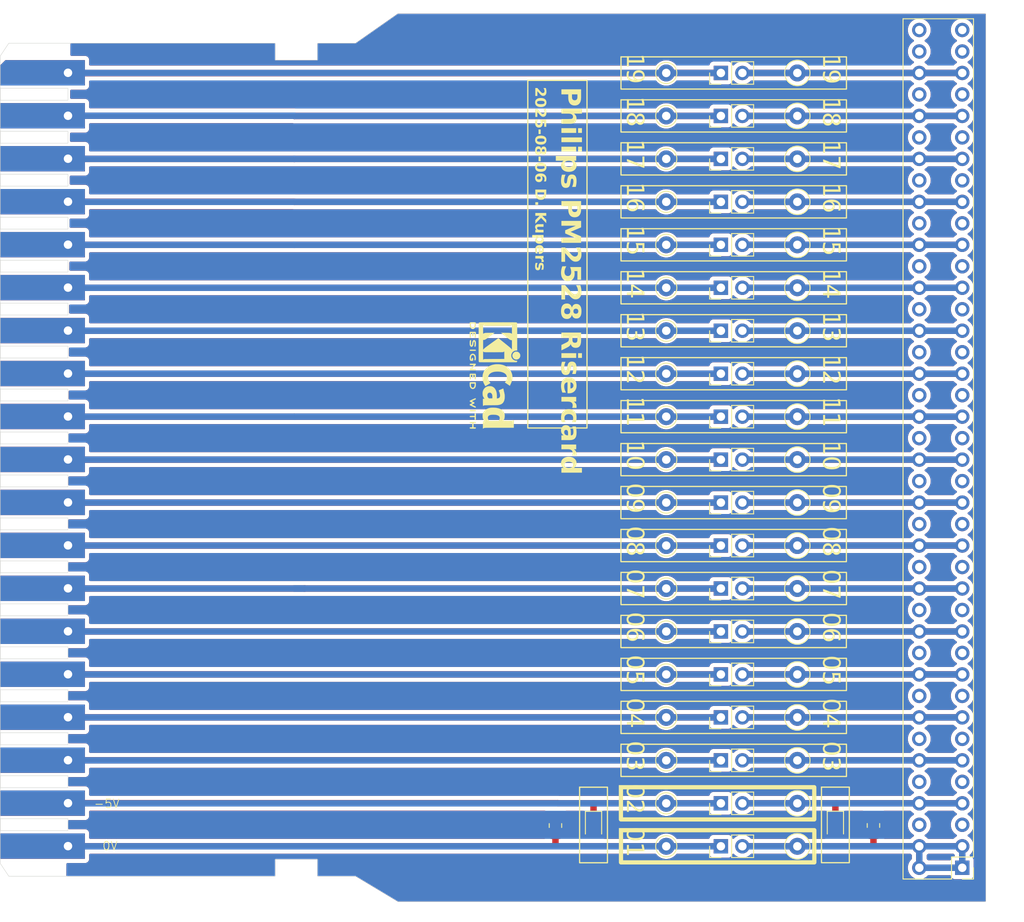
<source format=kicad_pcb>
(kicad_pcb (version 20241229) (generator "pcbnew") (generator_version "9.0")
  (title_block (title "PM2528 Risercard") (date "2025-08-06") (rev "2.1") (company "D. Kupers"))
  (layers (0 "F.Cu" signal) (2 "B.Cu" signal) (13 "F.Paste" user) (15 "B.Paste" user) (5 "F.SilkS" user "F.Silkscreen") (7 "B.SilkS" user "B.Silkscreen") (1 "F.Mask" user) (3 "B.Mask" user) (25 "Edge.Cuts" user))
  (net 0 "")
  (net 1 "Net-(JP1-A)")
  (net 4 "Net-(D1-K)")
  (net 5 "Net-(JP15-A)")
  (net 8 "Net-(JP18-A)")
  (net 11 "Net-(JP7-A)")
  (net 12 "Net-(JP16-A)")
  (net 33 "Net-(JP11-A)")
  (net 35 "Net-(JP10-A)")
  (net 37 "Net-(JP17-A)")
  (net 43 "Net-(JP6-A)")
  (net 49 "Net-(JP19-A)")
  (net 52 "Net-(JP14-A)")
  (net 53 "Net-(JP9-A)")
  (net 54 "Net-(JP5-A)")
  (net 55 "Net-(JP3-A)")
  (net 56 "Net-(JP8-A)")
  (net 57 "Net-(JP13-A)")
  (net 58 "Net-(JP4-A)")
  (net 59 "Net-(JP12-A)")
  (net 60 "Net-(JP14-B)")
  (net 61 "Net-(JP15-B)")
  (net 62 "Net-(JP7-B)")
  (net 63 "Net-(JP8-B)")
  (net 64 "Net-(D2-K)")
  (net 65 "Net-(JP9-B)")
  (net 66 "Net-(JP6-B)")
  (net 67 "Net-(JP17-B)")
  (net 68 "Net-(JP10-B)")
  (net 69 "Net-(JP4-B)")
  (net 70 "Net-(JP5-B)")
  (net 71 "Net-(JP13-B)")
  (net 72 "Net-(JP1-B)")
  (net 73 "Net-(JP12-B)")
  (net 74 "Net-(JP11-B)")
  (net 75 "Net-(JP16-B)")
  (net 76 "Net-(JP19-B)")
  (net 77 "Net-(JP18-B)")
  (net 78 "Net-(JP3-B)")
  (net 79 "Net-(D1-A)")
  (net 80 "Net-(D2-A)")
  (footprint "Connector_Pin:Pin_D1.0mm_L10.0mm" (layer "F.Cu") (at 136.74 50.18)
    (property "Reference" "TPA17" (hide yes))
    (property "Value" "TestPoint")
  )
  (footprint "TestPoint:TestPoint_Loop_D1.80mm_Drill1.0mm_Beaded" (layer "F.Cu") (at 152.24 116.22)
    (property "Reference" "TPB04" (hide yes))
    (property "Value" "TestPoint")
  )
  (footprint "TestPoint:TestPoint_Loop_D1.80mm_Drill1.0mm_Beaded" (layer "F.Cu") (at 152.24 85.74)
    (property "Reference" "TPB10" (hide yes))
    (property "Value" "TestPoint")
  )
  (footprint "Connector_PinHeader_2.54mm:PinHeader_1x02_P2.54mm_Vertical" (layer "F.Cu") (at 143.2 111.14 90)
    (property "Reference" "JP5" (hide yes))
    (property "Value" "Jumper_2_Open")
  )
  (footprint "Connector_Pin:Pin_D1.0mm_L10.0mm" (layer "F.Cu") (at 136.74 95.9)
    (property "Reference" "TPA08" (hide yes))
    (property "Value" "TestPoint")
  )
  (footprint "Connector_Pin:Pin_D1.0mm_L10.0mm" (layer "F.Cu") (at 136.74 40.02)
    (property "Reference" "TPA19" (hide yes))
    (property "Value" "TestPoint")
  )
  (footprint "Connector_PinHeader_2.54mm:PinHeader_1x02_P2.54mm_Vertical" (layer "F.Cu") (at 143.2 106.06 90)
    (property "Reference" "JP6" (hide yes))
    (property "Value" "Jumper_2_Open")
  )
  (footprint "TestPoint:TestPoint_Loop_D1.80mm_Drill1.0mm_Beaded" (layer "F.Cu") (at 152.24 60.34)
    (property "Reference" "TPB15" (hide yes))
    (property "Value" "TestPoint")
  )
  (footprint "Connector_Pin:Pin_D1.0mm_L10.0mm" (layer "F.Cu") (at 136.74 80.66)
    (property "Reference" "TPA11" (hide yes))
    (property "Value" "TestPoint")
  )
  (footprint "TestPoint:TestPoint_Loop_D1.80mm_Drill1.0mm_Beaded" (layer "F.Cu") (at 152.24 90.82)
    (property "Reference" "TPB09" (hide yes))
    (property "Value" "TestPoint")
  )
  (footprint "TestPoint:TestPoint_Loop_D1.80mm_Drill1.0mm_Beaded" (layer "F.Cu") (at 152.24 65.42)
    (property "Reference" "TPB14" (hide yes))
    (property "Value" "TestPoint")
  )
  (footprint "TestPoint:TestPoint_Loop_D1.80mm_Drill1.0mm_Beaded" (layer "F.Cu") (at 152.24 50.18)
    (property "Reference" "TPB17" (hide yes))
    (property "Value" "TestPoint")
  )
  (footprint "Connector_PinHeader_2.54mm:PinHeader_1x02_P2.54mm_Vertical" (layer "F.Cu") (at 143.2 131.46 90)
    (property "Reference" "JP1" (hide yes))
    (property "Value" "Jumper_2_Open")
  )
  (footprint "Connector_PinHeader_2.54mm:PinHeader_1x02_P2.54mm_Vertical" (layer "F.Cu") (at 143.2 60.34 90)
    (property "Reference" "JP15" (hide yes))
    (property "Value" "Jumper_2_Open")
  )
  (footprint "TestPoint:TestPoint_Loop_D1.80mm_Drill1.0mm_Beaded" (layer "F.Cu") (at 152.24 70.5)
    (property "Reference" "TPB13" (hide yes))
    (property "Value" "TestPoint")
  )
  (footprint "Connector_PinHeader_2.54mm:PinHeader_1x02_P2.54mm_Vertical" (layer "F.Cu") (at 143.2 126.38 90)
    (property "Reference" "JP2" (hide yes))
    (property "Value" "Jumper_2_Open")
  )
  (footprint "Connector_Pin:Pin_D1.0mm_L10.0mm" (layer "F.Cu") (at 136.74 60.34)
    (property "Reference" "TPA15" (hide yes))
    (property "Value" "TestPoint")
  )
  (footprint "Connector_Pin:Pin_D1.0mm_L10.0mm" (layer "F.Cu") (at 136.74 116.22)
    (property "Reference" "TPA04" (hide yes))
    (property "Value" "TestPoint")
  )
  (footprint "Connector_Pin:Pin_D1.0mm_L10.0mm" (layer "F.Cu") (at 136.74 106.06)
    (property "Reference" "TPA06" (hide yes))
    (property "Value" "TestPoint")
  )
  (footprint "Resistor_SMD:R_0805_2012Metric_Pad1.20x1.40mm_HandSolder" (layer "F.Cu") (at 161.24 129 -90)
    (property "Reference" "R2" (hide yes))
    (property "Value" "470")
  )
  (footprint "Connector_Pin:Pin_D1.0mm_L10.0mm" (layer "F.Cu") (at 136.74 126.38)
    (property "Reference" "TPA02" (hide yes))
    (property "Value" "TestPoint")
  )
  (footprint "Connector_PinHeader_2.54mm:PinHeader_1x02_P2.54mm_Vertical" (layer "F.Cu") (at 143.2 45.1 90)
    (property "Reference" "JP18" (hide yes))
    (property "Value" "Jumper_2_Open")
  )
  (footprint "Connector_Pin:Pin_D1.0mm_L10.0mm" (layer "F.Cu") (at 136.74 121.3)
    (property "Reference" "TPA03" (hide yes))
    (property "Value" "TestPoint")
  )
  (footprint "Connector_PinHeader_2.54mm:PinHeader_1x02_P2.54mm_Vertical" (layer "F.Cu") (at 143.2 50.18 90)
    (property "Reference" "JP17" (hide yes))
    (property "Value" "Jumper_2_Open")
  )
  (footprint "Connector_PinHeader_2.54mm:PinHeader_1x02_P2.54mm_Vertical" (layer "F.Cu") (at 143.2 85.74 90)
    (property "Reference" "JP10" (hide yes))
    (property "Value" "Jumper_2_Open")
  )
  (footprint "TestPoint:TestPoint_Loop_D1.80mm_Drill1.0mm_Beaded" (layer "F.Cu") (at 152.24 45.1)
    (property "Reference" "TPB18" (hide yes))
    (property "Value" "TestPoint")
  )
  (footprint "LED_SMD:LED_0805_2012Metric" (layer "F.Cu") (at 156.74 129 -90)
    (property "Reference" "D2" (hide yes))
    (property "Value" "LED")
  )
  (footprint "Connector_PinHeader_2.54mm:PinHeader_1x02_P2.54mm_Vertical" (layer "F.Cu") (at 143.2 40.02 90)
    (property "Reference" "JP19" (hide yes))
    (property "Value" "Jumper_2_Open")
  )
  (footprint "TestPoint:TestPoint_Loop_D1.80mm_Drill1.0mm_Beaded" (layer "F.Cu") (at 152.24 111.14)
    (property "Reference" "TPB05" (hide yes))
    (property "Value" "TestPoint")
  )
  (footprint "TestPoint:TestPoint_Loop_D1.80mm_Drill1.0mm_Beaded" (layer "F.Cu") (at 152.24 80.66)
    (property "Reference" "TPB11" (hide yes))
    (property "Value" "TestPoint")
  )
  (footprint "TestPoint:TestPoint_Loop_D1.80mm_Drill1.0mm_Beaded" (layer "F.Cu") (at 152.24 121.3)
    (property "Reference" "TPB03" (hide yes))
    (property "Value" "TestPoint")
  )
  (footprint "LED_SMD:LED_0805_2012Metric" (layer "F.Cu") (at 128.14 129.008 -90)
    (property "Reference" "D1" (hide yes))
    (property "Value" "LED")
  )
  (footprint "TestPoint:TestPoint_Loop_D1.80mm_Drill1.0mm_Beaded" (layer "F.Cu") (at 152.24 106.06)
    (property "Reference" "TPB06" (hide yes))
    (property "Value" "TestPoint")
  )
  (footprint "Connector_Pin:Pin_D1.0mm_L10.0mm" (layer "F.Cu") (at 136.74 55.26)
    (property "Reference" "TPA16" (hide yes))
    (property "Value" "TestPoint")
  )
  (footprint "Connector_Pin:Pin_D1.0mm_L10.0mm" (layer "F.Cu") (at 136.74 111.14)
    (property "Reference" "TPA05" (hide yes))
    (property "Value" "TestPoint")
  )
  (footprint "PM2528:PM2528_RiserCardConnector" (layer "F.Cu") (at 66 40)
    (property "Reference" "XRiser01" (hide yes))
    (property "Value" "~")
    (fp_rect (start -8 1.84) (end 0 3.24) (stroke (width 0.05)) (fill no) (layer "Edge.Cuts"))
    (fp_rect (start -8 6.92) (end 0 8.32) (stroke (width 0.05)) (fill no) (layer "Edge.Cuts"))
    (fp_rect (start -8 12) (end 0 13.4) (stroke (width 0.05)) (fill no) (layer "Edge.Cuts"))
    (fp_rect (start -8 17.08) (end 0 18.48) (stroke (width 0.05)) (fill no) (layer "Edge.Cuts"))
    (fp_rect (start -8 22.16) (end 0 23.56) (stroke (width 0.05)) (fill no) (layer "Edge.Cuts"))
    (fp_rect (start -8 27.24) (end 0 28.64) (stroke (width 0.05)) (fill no) (layer "Edge.Cuts"))
    (fp_rect (start -8 32.32) (end 0 33.72) (stroke (width 0.05)) (fill no) (layer "Edge.Cuts"))
    (fp_rect (start -8 37.4) (end 0 38.8) (stroke (width 0.05)) (fill no) (layer "Edge.Cuts"))
    (fp_rect (start -8 42.48) (end 0 43.88) (stroke (width 0.05)) (fill no) (layer "Edge.Cuts"))
    (fp_rect (start -8 47.56) (end 0 48.96) (stroke (width 0.05)) (fill no) (layer "Edge.Cuts"))
    (fp_rect (start -8 52.64) (end 0 54.04) (stroke (width 0.05)) (fill no) (layer "Edge.Cuts"))
    (fp_rect (start -8 57.72) (end 0 59.12) (stroke (width 0.05)) (fill no) (layer "Edge.Cuts"))
    (fp_rect (start -8 62.8) (end 0 64.2) (stroke (width 0.05)) (fill no) (layer "Edge.Cuts"))
    (fp_rect (start -8 67.88) (end 0 69.28) (stroke (width 0.05)) (fill no) (layer "Edge.Cuts"))
    (fp_rect (start -8 72.96) (end 0 74.36) (stroke (width 0.05)) (fill no) (layer "Edge.Cuts"))
    (fp_rect (start -8 78.04) (end 0 79.44) (stroke (width 0.05)) (fill no) (layer "Edge.Cuts"))
    (fp_rect (start -8 83.12) (end 0 84.52) (stroke (width 0.05)) (fill no) (layer "Edge.Cuts"))
    (fp_rect (start -8 88.2) (end 0 89.6) (stroke (width 0.05)) (fill no) (layer "Edge.Cuts"))
  )
  (footprint "TestPoint:TestPoint_Loop_D1.80mm_Drill1.0mm_Beaded" (layer "F.Cu") (at 152.24 100.98)
    (property "Reference" "TPB07" (hide yes))
    (property "Value" "TestPoint")
  )
  (footprint "Connector_PinHeader_2.54mm:PinHeader_1x02_P2.54mm_Vertical" (layer "F.Cu") (at 143.2 95.9 90)
    (property "Reference" "JP8" (hide yes))
    (property "Value" "Jumper_2_Open")
  )
  (footprint "Connector_Pin:Pin_D1.0mm_L10.0mm" (layer "F.Cu") (at 136.74 75.58)
    (property "Reference" "TPA12" (hide yes))
    (property "Value" "TestPoint")
  )
  (footprint "Connector_PinHeader_2.54mm:PinHeader_1x02_P2.54mm_Vertical" (layer "F.Cu") (at 143.2 70.5 90)
    (property "Reference" "JP13" (hide yes))
    (property "Value" "Jumper_2_Open")
  )
  (footprint "Resistor_SMD:R_0805_2012Metric_Pad1.20x1.40mm_HandSolder" (layer "F.Cu") (at 123.64 129.008 90)
    (property "Reference" "R1" (hide yes))
    (property "Value" "470")
  )
  (footprint "Connector_Pin:Pin_D1.0mm_L10.0mm" (layer "F.Cu") (at 136.74 85.74)
    (property "Reference" "TPA10" (hide yes))
    (property "Value" "TestPoint")
  )
  (footprint "Connector_PinHeader_2.54mm:PinHeader_1x02_P2.54mm_Vertical" (layer "F.Cu") (at 143.2 121.3 90)
    (property "Reference" "JP3" (hide yes))
    (property "Value" "Jumper_2_Open")
  )
  (footprint "Connector_Pin:Pin_D1.0mm_L10.0mm" (layer "F.Cu") (at 136.74 90.82)
    (property "Reference" "TPA09" (hide yes))
    (property "Value" "TestPoint")
  )
  (footprint "Connector_Pin:Pin_D1.0mm_L10.0mm" (layer "F.Cu") (at 136.74 70.5)
    (property "Reference" "TPA13" (hide yes))
    (property "Value" "TestPoint")
  )
  (footprint "Connector_PinHeader_2.54mm:PinHeader_1x02_P2.54mm_Vertical" (layer "F.Cu") (at 143.2 65.42 90)
    (property "Reference" "JP14" (hide yes))
    (property "Value" "Jumper_2_Open")
  )
  (footprint "Connector_PinHeader_2.54mm:PinHeader_1x02_P2.54mm_Vertical" (layer "F.Cu") (at 143.2 100.98 90)
    (property "Reference" "JP7" (hide yes))
    (property "Value" "Jumper_2_Open")
  )
  (footprint "Connector_Pin:Pin_D1.0mm_L10.0mm" (layer "F.Cu") (at 136.74 100.98)
    (property "Reference" "TPA07" (hide yes))
    (property "Value" "TestPoint")
  )
  (footprint "TestPoint:TestPoint_Loop_D1.80mm_Drill1.0mm_Beaded" (layer "F.Cu") (at 152.24 75.58)
    (property "Reference" "TPB12" (hide yes))
    (property "Value" "TestPoint")
  )
  (footprint "Connector_PinHeader_2.54mm:PinHeader_1x02_P2.54mm_Vertical" (layer "F.Cu") (at 143.2 75.58 90)
    (property "Reference" "JP12" (hide yes))
    (property "Value" "Jumper_2_Open")
  )
  (footprint "PM2528:CONN EDGE DUAL FMALE 80POS 0.100" (layer "F.Cu") (at 171.74 134 180)
    (property "Reference" "XRiser-2" (hide yes))
    (property "Value" "Conn_02x40_Odd_Even")
  )
  (footprint "TestPoint:TestPoint_Loop_D1.80mm_Drill1.0mm_Beaded" (layer "F.Cu") (at 152.24 55.26)
    (property "Reference" "TPB16" (hide yes))
    (property "Value" "TestPoint")
  )
  (footprint "TestPoint:TestPoint_Loop_D1.80mm_Drill1.0mm_Beaded" (layer "F.Cu") (at 152.24 95.9)
    (property "Reference" "TPB08" (hide yes))
    (property "Value" "TestPoint")
  )
  (footprint "Connector_PinHeader_2.54mm:PinHeader_1x02_P2.54mm_Vertical" (layer "F.Cu") (at 143.2 90.82 90)
    (property "Reference" "JP9" (hide yes))
    (property "Value" "Jumper_2_Open")
  )
  (footprint "TestPoint:TestPoint_Loop_D1.80mm_Drill1.0mm_Beaded" (layer "F.Cu") (at 152.24 126.38)
    (property "Reference" "TPB02" (hide yes))
    (property "Value" "TestPoint")
  )
  (footprint "TestPoint:TestPoint_Loop_D1.80mm_Drill1.0mm_Beaded" (layer "F.Cu") (at 152.24 131.46)
    (property "Reference" "TPB01" (hide yes))
    (property "Value" "TestPoint")
  )
  (footprint "Connector_PinHeader_2.54mm:PinHeader_1x02_P2.54mm_Vertical" (layer "F.Cu") (at 143.2 80.66 90)
    (property "Reference" "JP11" (hide yes))
    (property "Value" "Jumper_2_Open")
  )
  (footprint "Connector_PinHeader_2.54mm:PinHeader_1x02_P2.54mm_Vertical" (layer "F.Cu") (at 143.2 116.22 90)
    (property "Reference" "JP4" (hide yes))
    (property "Value" "Jumper_2_Open")
  )
  (footprint "Symbol:KiCad-Logo2_5mm_SilkScreen" (layer "F.Cu") (at 116.5 75.781896 -90)
    (property "Reference" "REF**" (hide yes))
    (property "Value" "KiCad-Logo2_5mm_SilkScreen" (hide yes))
  )
  (footprint "Connector_Pin:Pin_D1.0mm_L10.0mm" (layer "F.Cu") (at 136.74 45.1)
    (property "Reference" "TPA18" (hide yes))
    (property "Value" "TestPoint")
  )
  (footprint "TestPoint:TestPoint_Loop_D1.80mm_Drill1.0mm_Beaded" (layer "F.Cu") (at 152.24 40.02)
    (property "Reference" "TPB19" (hide yes))
    (property "Value" "TestPoint")
  )
  (footprint "Connector_Pin:Pin_D1.0mm_L10.0mm" (layer "F.Cu") (at 136.74 65.42)
    (property "Reference" "TPA14" (hide yes))
    (property "Value" "TestPoint")
  )
  (footprint "Connector_PinHeader_2.54mm:PinHeader_1x02_P2.54mm_Vertical" (layer "F.Cu") (at 143.2 55.26 90)
    (property "Reference" "JP16" (hide yes))
    (property "Value" "Jumper_2_Open")
  )
  (footprint "Connector_Pin:Pin_D1.0mm_L10.0mm" (layer "F.Cu") (at 136.74 131.46)
    (property "Reference" "TPA01" (hide yes))
    (property "Value" "TestPoint")
  )
  (gr_rect (start 131.388 48.275) (end 158.048 52.085) (stroke (width 0.15)) (fill no) (layer "F.SilkS"))
  (gr_rect (start 131.388 129.555) (end 154.248 133.365) (stroke (width 0.5)) (fill no) (layer "F.SilkS"))
  (gr_rect (start 131.38 83.835) (end 158.04 87.645) (stroke (width 0.15)) (fill no) (layer "F.SilkS"))
  (gr_rect (start 126.493 124.472) (end 129.787 133.408) (stroke (width 0.15)) (fill no) (layer "F.SilkS"))
  (gr_rect (start 131.388 119.395) (end 158.048 123.205) (stroke (width 0.15)) (fill no) (layer "F.SilkS"))
  (gr_rect (start 120.368732 40.9) (end 127.368732 82) (stroke (width 0.15)) (fill no) (layer "F.SilkS"))
  (gr_rect (start 131.388 43.195) (end 158.048 47.005) (stroke (width 0.15)) (fill no) (layer "F.SilkS"))
  (gr_rect (start 131.388 73.675) (end 158.048 77.485) (stroke (width 0.15)) (fill no) (layer "F.SilkS"))
  (gr_rect (start 155.093 124.464) (end 158.387 133.4) (stroke (width 0.15)) (fill no) (layer "F.SilkS"))
  (gr_rect (start 131.388 68.595) (end 158.048 72.405) (stroke (width 0.15)) (fill no) (layer "F.SilkS"))
  (gr_rect (start 131.38 124.475) (end 154.24 128.285) (stroke (width 0.5)) (fill no) (layer "F.SilkS"))
  (gr_rect (start 131.388 63.515) (end 158.048 67.325) (stroke (width 0.15)) (fill no) (layer "F.SilkS"))
  (gr_rect (start 131.388 53.355) (end 158.048 57.165) (stroke (width 0.15)) (fill no) (layer "F.SilkS"))
  (gr_rect (start 131.38 104.155) (end 158.04 107.965) (stroke (width 0.15)) (fill no) (layer "F.SilkS"))
  (gr_rect (start 131.38 88.915) (end 158.04 92.725) (stroke (width 0.15)) (fill no) (layer "F.SilkS"))
  (gr_rect (start 131.388 114.315) (end 158.048 118.125) (stroke (width 0.15)) (fill no) (layer "F.SilkS"))
  (gr_rect (start 131.388 38.115) (end 158.048 41.925) (stroke (width 0.15)) (fill no) (layer "F.SilkS"))
  (gr_rect (start 131.38 93.995) (end 158.04 97.805) (stroke (width 0.15)) (fill no) (layer "F.SilkS"))
  (gr_rect (start 131.388 99.075) (end 158.048 102.885) (stroke (width 0.15)) (fill no) (layer "F.SilkS"))
  (gr_rect (start 131.388 58.435) (end 158.048 62.245) (stroke (width 0.15)) (fill no) (layer "F.SilkS"))
  (gr_rect (start 131.388 109.235) (end 158.048 113.045) (stroke (width 0.15)) (fill no) (layer "F.SilkS"))
  (gr_rect (start 131.388 78.755) (end 158.048 82.565) (stroke (width 0.15)) (fill no) (layer "F.SilkS"))
  (gr_poly (pts (xy 59 36.5) (xy 68 36.5) (xy 90.5 36.5) (xy 90.5 38.5) (xy 95.5 38.5) (xy 95.5 36.5) (xy 100 36.5) (xy 105 33) (xy 174.53 33) (xy 174.53 138) (xy 110 138) (xy 105 138) (xy 100 135) (xy 95.5 135) (xy 95.5 133) (xy 90.5 133) (xy 90.5 135) (xy 65.5 135) (xy 59 135) (xy 58 133.5) (xy 58 38)) (stroke (width 0.05)) (fill no) (layer "Edge.Cuts"))
  (gr_text "08" (at 154.94 97.24 270) (layer "F.SilkS") (effects (font (size 2.032 2.032) (thickness 0.508)) (justify right bottom)))
  (gr_text "08" (at 131.74 97.196339 270) (layer "F.SilkS") (effects (font (size 2.032 2.032) (thickness 0.508)) (justify right bottom)))
  (gr_text "17" (at 154.94 51.52 270) (layer "F.SilkS") (effects (font (size 2.032 2.032) (thickness 0.508)) (justify right bottom)))
  (gr_text "11" (at 131.74 81.870976 270) (layer "F.SilkS") (effects (font (size 2.032 2.032) (thickness 0.508)) (justify right bottom)))
  (gr_text "11" (at 154.94 81.914637 270) (layer "F.SilkS") (effects (font (size 2.032 2.032) (thickness 0.508)) (justify right bottom)))
  (gr_text "Philips PM2528 Risercard" (at 123.952 41.656 270) (layer "F.SilkS") (effects (font (size 2.286 2.286) (thickness 0.508) (bold yes)) (justify left bottom)))
  (gr_text "16" (at 131.74 56.556339 270) (layer "F.SilkS") (effects (font (size 2.032 2.032) (thickness 0.508)) (justify right bottom)))
  (gr_text "17" (at 131.74 51.476339 270) (layer "F.SilkS") (effects (font (size 2.032 2.032) (thickness 0.508)) (justify right bottom)))
  (gr_text "03" (at 131.74 122.596339 270) (layer "F.SilkS") (effects (font (size 2.032 2.032) (thickness 0.508)) (justify right bottom)))
  (gr_text "18" (at 131.74 46.396339 270) (layer "F.SilkS") (effects (font (size 2.032 2.032) (thickness 0.508)) (justify right bottom)))
  (gr_text "14" (at 131.74 66.716339 270) (layer "F.SilkS") (effects (font (size 2.032 2.032) (thickness 0.508)) (justify right bottom)))
  (gr_text "13" (at 154.94 71.84 270) (layer "F.SilkS") (effects (font (size 2.032 2.032) (thickness 0.508)) (justify right bottom)))
  (gr_text "02" (at 131.74 127.676339 270) (layer "F.SilkS") (effects (font (size 2.032 2.032) (thickness 0.508)) (justify right bottom)))
  (gr_text "15" (at 154.94 61.68 270) (layer "F.SilkS") (effects (font (size 2.032 2.032) (thickness 0.508)) (justify right bottom)))
  (gr_text "10" (at 131.74 87.036339 270) (layer "F.SilkS") (effects (font (size 2.032 2.032) (thickness 0.508)) (justify right bottom)))
  (gr_text "01" (at 131.74 132.756339 270) (layer "F.SilkS") (effects (font (size 2.032 2.032) (thickness 0.508)) (justify right bottom)))
  (gr_text "09" (at 154.94 92.16 270) (layer "F.SilkS") (effects (font (size 2.032 2.032) (thickness 0.508)) (justify right bottom)))
  (gr_text "05" (at 131.74 112.436339 270) (layer "F.SilkS") (effects (font (size 2.032 2.032) (thickness 0.508)) (justify right bottom)))
  (gr_text "10" (at 154.94 87.08 270) (layer "F.SilkS") (effects (font (size 2.032 2.032) (thickness 0.508)) (justify right bottom)))
  (gr_text "09" (at 131.74 92.116339 270) (layer "F.SilkS") (effects (font (size 2.032 2.032) (thickness 0.508)) (justify right bottom)))
  (gr_text "12" (at 154.94 76.92 270) (layer "F.SilkS") (effects (font (size 2.032 2.032) (thickness 0.508)) (justify right bottom)))
  (gr_text "19" (at 131.74 41.316339 270) (layer "F.SilkS") (effects (font (size 2.032 2.032) (thickness 0.508)) (justify right bottom)))
  (gr_text "03" (at 154.94 122.64 270) (layer "F.SilkS") (effects (font (size 2.032 2.032) (thickness 0.508)) (justify right bottom)))
  (gr_text "04" (at 131.74 117.516339 270) (layer "F.SilkS") (effects (font (size 2.032 2.032) (thickness 0.508)) (justify right bottom)))
  (gr_text "16" (at 154.94 56.6 270) (layer "F.SilkS") (effects (font (size 2.032 2.032) (thickness 0.508)) (justify right bottom)))
  (gr_text "05" (at 154.94 112.48 270) (layer "F.SilkS") (effects (font (size 2.032 2.032) (thickness 0.508)) (justify right bottom)))
  (gr_text "04" (at 154.94 117.56 270) (layer "F.SilkS") (effects (font (size 2.032 2.032) (thickness 0.508)) (justify right bottom)))
  (gr_text "14" (at 154.94 66.76 270) (layer "F.SilkS") (effects (font (size 2.032 2.032) (thickness 0.508)) (justify right bottom)))
  (gr_text "19" (at 154.94 41.36 270) (layer "F.SilkS") (effects (font (size 2.032 2.032) (thickness 0.508)) (justify right bottom)))
  (gr_text "07" (at 131.74 102.276339 270) (layer "F.SilkS") (effects (font (size 2.032 2.032) (thickness 0.508)) (justify right bottom)))
  (gr_text "13" (at 131.74 71.796339 270) (layer "F.SilkS") (effects (font (size 2.032 2.032) (thickness 0.508)) (justify right bottom)))
  (gr_text "12" (at 131.74 76.876339 270) (layer "F.SilkS") (effects (font (size 2.032 2.032) (thickness 0.508)) (justify right bottom)))
  (gr_text "07" (at 154.94 102.32 270) (layer "F.SilkS") (effects (font (size 2.032 2.032) (thickness 0.508)) (justify right bottom)))
  (gr_text "2025-08-06 D. Kupers" (at 121.04 41.656 270) (layer "F.SilkS") (effects (font (size 1.27 1.27) (thickness 0.3175) (bold yes)) (justify left bottom)))
  (gr_text "15" (at 131.74 61.636339 270) (layer "F.SilkS") (effects (font (size 2.032 2.032) (thickness 0.508)) (justify right bottom)))
  (gr_text "18" (at 154.94 46.44 270) (layer "F.SilkS") (effects (font (size 2.032 2.032) (thickness 0.508)) (justify right bottom)))
  (gr_text "06" (at 131.74 107.356339 270) (layer "F.SilkS") (effects (font (size 2.032 2.032) (thickness 0.508)) (justify right bottom)))
  (gr_text "06" (at 154.94 107.4 270) (layer "F.SilkS") (effects (font (size 2.032 2.032) (thickness 0.508)) (justify right bottom)))
  (segment (start 66.02 131.46) (end 123.64 131.46) (width 0.762) (layer "F.Cu") (net 1))
  (segment (start 136.74 131.46) (end 143.2 131.46) (width 0.762) (layer "F.Cu") (net 1))
  (segment (start 123.64 130.008) (end 123.64 131.46) (width 0.762) (layer "F.Cu") (net 1))
  (segment (start 136.74 131.46) (end 123.64 131.46) (width 0.762) (layer "F.Cu") (net 1))
  (segment (start 66.02 131.46) (end 143.2 131.46) (width 0.762) (layer "B.Cu") (net 1))
  (segment (start 66 126.36) (end 123.906822 126.36) (width 0.762) (layer "F.Cu") (net 4))
  (segment (start 128.14 128.0705) (end 128.14 126.38) (width 0.762) (layer "F.Cu") (net 4))
  (segment (start 123.906822 126.36) (end 123.926822 126.38) (width 0.762) (layer "F.Cu") (net 4))
  (segment (start 136.74 126.38) (end 143.2 126.38) (width 0.762) (layer "F.Cu") (net 4))
  (segment (start 123.926822 126.38) (end 128.14 126.38) (width 0.762) (layer "F.Cu") (net 4))
  (segment (start 128.14 126.38) (end 136.74 126.38) (width 0.762) (layer "F.Cu") (net 4))
  (segment (start 66.02 126.38) (end 143.2 126.38) (width 0.762) (layer "B.Cu") (net 4))
  (segment (start 136.74 60.34) (end 92.76 60.34) (width 0.762) (layer "F.Cu") (net 5))
  (segment (start 143.2 60.34) (end 136.74 60.34) (width 0.762) (layer "F.Cu") (net 5))
  (segment (start 92.76 60.34) (end 66.02 60.34) (width 0.762) (layer "F.Cu") (net 5))
  (segment (start 143.2 60.34) (end 92.76 60.34) (width 0.762) (layer "B.Cu") (net 5))
  (segment (start 92.76 60.34) (end 66.02 60.34) (width 0.762) (layer "B.Cu") (net 5))
  (segment (start 92.74 45.08) (end 92.76 45.1) (width 0.762) (layer "F.Cu") (net 8))
  (segment (start 66 45.08) (end 92.74 45.08) (width 0.762) (layer "F.Cu") (net 8))
  (segment (start 136.74 45.1) (end 143.2 45.1) (width 0.762) (layer "F.Cu") (net 8))
  (segment (start 92.76 45.1) (end 136.74 45.1) (width 0.762) (layer "F.Cu") (net 8))
  (segment (start 92.76 45.1) (end 143.2 45.1) (width 0.762) (layer "B.Cu") (net 8))
  (segment (start 66 45.08) (end 92.74 45.08) (width 0.762) (layer "B.Cu") (net 8))
  (segment (start 92.74 45.08) (end 92.76 45.1) (width 0.762) (layer "B.Cu") (net 8))
  (segment (start 93.98 100.98) (end 66.02 100.98) (width 0.762) (layer "F.Cu") (net 11))
  (segment (start 143.2 100.98) (end 93.98 100.98) (width 0.762) (layer "F.Cu") (net 11))
  (segment (start 143.2 100.98) (end 92.76 100.98) (width 0.762) (layer "B.Cu") (net 11))
  (segment (start 66.02 100.98) (end 93.98 100.98) (width 0.762) (layer "B.Cu") (net 11))
  (segment (start 92.74 55.24) (end 92.76 55.26) (width 0.762) (layer "F.Cu") (net 12))
  (segment (start 66 55.24) (end 92.74 55.24) (width 0.762) (layer "F.Cu") (net 12))
  (segment (start 92.76 55.26) (end 136.74 55.26) (width 0.762) (layer "F.Cu") (net 12))
  (segment (start 136.74 55.26) (end 143.2 55.26) (width 0.762) (layer "F.Cu") (net 12))
  (segment (start 66.02 55.26) (end 143.2 55.26) (width 0.762) (layer "B.Cu") (net 12))
  (segment (start 143.2 80.66) (end 92.76 80.66) (width 0.762) (layer "F.Cu") (net 33))
  (segment (start 92.76 80.66) (end 66.02 80.66) (width 0.762) (layer "F.Cu") (net 33))
  (segment (start 143.2 80.66) (end 92.76 80.66) (width 0.762) (layer "B.Cu") (net 33))
  (segment (start 92.76 80.66) (end 66.02 80.66) (width 0.762) (layer "B.Cu") (net 33))
  (segment (start 66.02 85.74) (end 143.2 85.74) (width 0.762) (layer "F.Cu") (net 35))
  (segment (start 66.02 85.74) (end 143.2 85.74) (width 0.762) (layer "B.Cu") (net 35))
  (segment (start 92.76 50.18) (end 66.02 50.18) (width 0.762) (layer "F.Cu") (net 37))
  (segment (start 136.74 50.18) (end 92.76 50.18) (width 0.762) (layer "F.Cu") (net 37))
  (segment (start 143.2 50.18) (end 136.74 50.18) (width 0.762) (layer "F.Cu") (net 37))
  (segment (start 92.76 50.18) (end 66.02 50.18) (width 0.762) (layer "B.Cu") (net 37))
  (segment (start 143.2 50.18) (end 92.76 50.18) (width 0.762) (layer "B.Cu") (net 37))
  (segment (start 66.02 106.06) (end 143.2 106.06) (width 0.762) (layer "F.Cu") (net 43))
  (segment (start 66.02 106.06) (end 143.2 106.06) (width 0.762) (layer "B.Cu") (net 43))
  (segment (start 66.04 40.04) (end 136.74 40.04) (width 0.762) (layer "F.Cu") (net 49))
  (segment (start 143.2 40.02) (end 136.76 40.02) (width 0.762) (layer "F.Cu") (net 49))
  (segment (start 66.02 40.02) (end 143.2 40.02) (width 0.762) (layer "B.Cu") (net 49))
  (segment (start 66.02 65.42) (end 136.74 65.42) (width 0.762) (layer "F.Cu") (net 52))
  (segment (start 136.74 65.42) (end 143.2 65.42) (width 0.762) (layer "F.Cu") (net 52))
  (segment (start 66.02 65.42) (end 143.2 65.42) (width 0.762) (layer "B.Cu") (net 52))
  (segment (start 66.02 90.82) (end 143.2 90.82) (width 0.762) (layer "F.Cu") (net 53))
  (segment (start 66.02 90.82) (end 143.2 90.82) (width 0.762) (layer "B.Cu") (net 53))
  (segment (start 66.02 111.14) (end 143.2 111.14) (width 0.762) (layer "F.Cu") (net 54))
  (segment (start 66.02 111.14) (end 143.2 111.14) (width 0.762) (layer "B.Cu") (net 54))
  (segment (start 66.02 121.3) (end 143.2 121.3) (width 0.762) (layer "F.Cu") (net 55))
  (segment (start 66.02 121.3) (end 143.2 121.3) (width 0.762) (layer "B.Cu") (net 55))
  (segment (start 66.02 95.9) (end 143.2 95.9) (width 0.762) (layer "F.Cu") (net 56))
  (segment (start 66.02 95.9) (end 143.2 95.9) (width 0.762) (layer "B.Cu") (net 56))
  (segment (start 143.2 70.5) (end 93.98 70.5) (width 0.762) (layer "F.Cu") (net 57))
  (segment (start 93.98 70.5) (end 66.02 70.5) (width 0.762) (layer "F.Cu") (net 57))
  (segment (start 93.98 70.5) (end 66.02 70.5) (width 0.762) (layer "B.Cu") (net 57))
  (segment (start 143.2 70.5) (end 92.76 70.5) (width 0.762) (layer "B.Cu") (net 57))
  (segment (start 66.02 116.22) (end 143.2 116.22) (width 0.762) (layer "F.Cu") (net 58))
  (segment (start 66.02 116.22) (end 143.2 116.22) (width 0.762) (layer "B.Cu") (net 58))
  (segment (start 66.02 75.58) (end 143.2 75.58) (width 0.762) (layer "F.Cu") (net 59))
  (segment (start 66.02 75.58) (end 143.2 75.58) (width 0.762) (layer "B.Cu") (net 59))
  (segment (start 171.74 65.42) (end 145.74 65.42) (width 0.762) (layer "F.Cu") (net 60))
  (segment (start 171.74 65.42) (end 145.74 65.42) (width 0.762) (layer "B.Cu") (net 60))
  (segment (start 171.74 60.34) (end 145.74 60.34) (width 0.762) (layer "F.Cu") (net 61))
  (segment (start 171.74 60.34) (end 145.74 60.34) (width 0.762) (layer "B.Cu") (net 61))
  (segment (start 171.74 100.98) (end 145.74 100.98) (width 0.762) (layer "F.Cu") (net 62))
  (segment (start 171.74 100.98) (end 145.74 100.98) (width 0.762) (layer "B.Cu") (net 62))
  (segment (start 171.74 95.9) (end 145.74 95.9) (width 0.762) (layer "F.Cu") (net 63))
  (segment (start 171.74 95.9) (end 145.74 95.9) (width 0.762) (layer "B.Cu") (net 63))
  (segment (start 171.74 126.38) (end 156.84 126.38) (width 0.762) (layer "F.Cu") (net 64))
  (segment (start 156.84 126.38) (end 145.74 126.38) (width 0.762) (layer "F.Cu") (net 64))
  (segment (start 156.74 126.48) (end 156.84 126.38) (width 0.762) (layer "F.Cu") (net 64))
  (segment (start 156.74 128.0625) (end 156.74 126.48) (width 0.762) (layer "F.Cu") (net 64))
  (segment (start 171.74 126.38) (end 145.74 126.38) (width 0.762) (layer "B.Cu") (net 64))
  (segment (start 171.74 90.82) (end 145.74 90.82) (width 0.762) (layer "F.Cu") (net 65))
  (segment (start 171.74 90.82) (end 145.74 90.82) (width 0.762) (layer "B.Cu") (net 65))
  (segment (start 171.74 106.06) (end 145.74 106.06) (width 0.762) (layer "F.Cu") (net 66))
  (segment (start 171.74 106.06) (end 145.74 106.06) (width 0.762) (layer "B.Cu") (net 66))
  (segment (start 171.74 50.18) (end 145.74 50.18) (width 0.762) (layer "F.Cu") (net 67))
  (segment (start 171.74 50.18) (end 145.74 50.18) (width 0.762) (layer "B.Cu") (net 67))
  (segment (start 171.74 85.74) (end 145.74 85.74) (width 0.762) (layer "F.Cu") (net 68))
  (segment (start 171.74 85.74) (end 145.74 85.74) (width 0.762) (layer "B.Cu") (net 68))
  (segment (start 171.74 116.22) (end 145.74 116.22) (width 0.762) (layer "F.Cu") (net 69))
  (segment (start 171.74 116.22) (end 145.74 116.22) (width 0.762) (layer "B.Cu") (net 69))
  (segment (start 171.74 111.14) (end 145.74 111.14) (width 0.762) (layer "F.Cu") (net 70))
  (segment (start 171.74 111.14) (end 145.74 111.14) (width 0.762) (layer "B.Cu") (net 70))
  (segment (start 171.74 70.5) (end 145.74 70.5) (width 0.762) (layer "F.Cu") (net 71))
  (segment (start 171.74 70.5) (end 145.74 70.5) (width 0.762) (layer "B.Cu") (net 71))
  (segment (start 171.74 131.46) (end 161.24 131.46) (width 0.762) (layer "F.Cu") (net 72))
  (segment (start 161.24 130) (end 161.24 131.46) (width 0.762) (layer "F.Cu") (net 72))
  (segment (start 161.24 131.46) (end 145.74 131.46) (width 0.762) (layer "F.Cu") (net 72))
  (segment (start 166.66 134) (end 171.74 134) (width 0.762) (layer "F.Cu") (net 72))
  (segment (start 166.66 131.46) (end 166.66 134) (width 0.762) (layer "F.Cu") (net 72))
  (segment (start 171.74 134) (end 171.74 131.46) (width 0.762) (layer "F.Cu") (net 72))
  (segment (start 171.74 131.46) (end 145.74 131.46) (width 0.762) (layer "B.Cu") (net 72))
  (segment (start 171.74 134) (end 171.74 131.46) (width 0.762) (layer "B.Cu") (net 72))
  (segment (start 166.66 134) (end 171.74 134) (width 0.762) (layer "B.Cu") (net 72))
  (segment (start 166.66 131.46) (end 166.66 134) (width 0.762) (layer "B.Cu") (net 72))
  (segment (start 171.74 75.58) (end 145.74 75.58) (width 0.762) (layer "F.Cu") (net 73))
  (segment (start 171.74 75.58) (end 145.74 75.58) (width 0.762) (layer "B.Cu") (net 73))
  (segment (start 171.74 80.66) (end 145.74 80.66) (width 0.762) (layer "F.Cu") (net 74))
  (segment (start 171.74 80.66) (end 145.74 80.66) (width 0.762) (layer "B.Cu") (net 74))
  (segment (start 171.74 55.26) (end 145.74 55.26) (width 0.762) (layer "F.Cu") (net 75))
  (segment (start 171.74 55.26) (end 145.74 55.26) (width 0.762) (layer "B.Cu") (net 75))
  (segment (start 171.74 40.02) (end 145.74 40.02) (width 0.762) (layer "F.Cu") (net 76))
  (segment (start 171.74 40.02) (end 145.74 40.02) (width 0.762) (layer "B.Cu") (net 76))
  (segment (start 171.74 45.1) (end 145.74 45.1) (width 0.762) (layer "F.Cu") (net 77))
  (segment (start 171.74 45.1) (end 145.74 45.1) (width 0.762) (layer "B.Cu") (net 77))
  (segment (start 171.74 121.3) (end 145.74 121.3) (width 0.762) (layer "F.Cu") (net 78))
  (segment (start 171.74 121.3) (end 145.74 121.3) (width 0.762) (layer "B.Cu") (net 78))
  (segment (start 125.5775 129.9455) (end 123.64 128.008) (width 0.762) (layer "F.Cu") (net 79))
  (segment (start 128.14 129.9455) (end 125.5775 129.9455) (width 0.762) (layer "F.Cu") (net 79))
  (segment (start 156.74 129.9375) (end 159.3025 129.9375) (width 0.762) (layer "F.Cu") (net 80))
  (segment (start 159.3025 129.9375) (end 161.24 128) (width 0.762) (layer "F.Cu") (net 80))
  (zone (net 0) (net_name "") (layers "F.Cu" "B.Cu") (name "Groundplane") (connect_pads (clearance 0.5)) (min_thickness 0.25) (fill yes (thermal_gap 0.5) (thermal_bridge_width 0.5) (smoothing chamfer) (island_removal_mode 1) (island_area_min 9.999999))
    (polygon (pts (xy 104.394 31.75) (xy 176.652 31.392) (xy 177.152 140.392) (xy 65.786 138.684) (xy 66.294 35.306) (xy 100.076 34.544)))
  )
)
</source>
